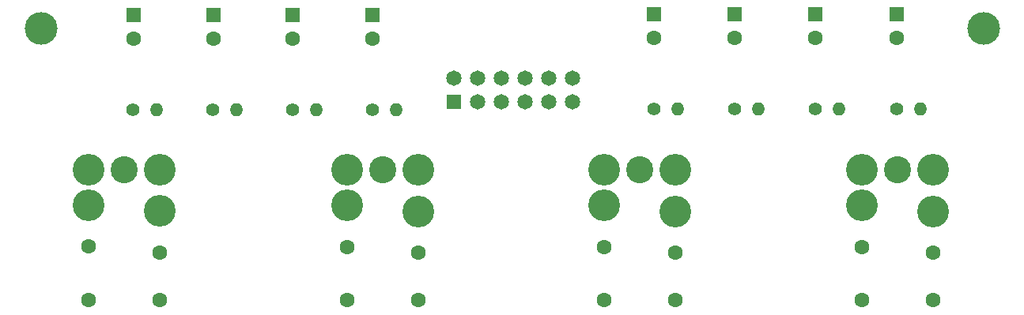
<source format=gbr>
%TF.GenerationSoftware,KiCad,Pcbnew,9.0.0*%
%TF.CreationDate,2025-03-26T11:50:56+11:00*%
%TF.ProjectId,Wing Board 4 XLR MK II,57696e67-2042-46f6-9172-64203420584c,rev?*%
%TF.SameCoordinates,Original*%
%TF.FileFunction,Soldermask,Bot*%
%TF.FilePolarity,Negative*%
%FSLAX46Y46*%
G04 Gerber Fmt 4.6, Leading zero omitted, Abs format (unit mm)*
G04 Created by KiCad (PCBNEW 9.0.0) date 2025-03-26 11:50:56*
%MOMM*%
%LPD*%
G01*
G04 APERTURE LIST*
%ADD10C,1.400000*%
%ADD11O,1.400000X1.400000*%
%ADD12C,1.600000*%
%ADD13C,3.400000*%
%ADD14C,2.900000*%
%ADD15R,1.600000X1.600000*%
%ADD16C,3.500001*%
%ADD17R,1.650000X1.650000*%
%ADD18C,1.650000*%
G04 APERTURE END LIST*
D10*
%TO.C,R6*%
X31433432Y-13004800D03*
D11*
X33973432Y-13004800D03*
%TD*%
D12*
%TO.C,J5*%
X9601200Y-27716400D03*
X17221200Y-33431400D03*
D13*
X17221200Y-23906400D03*
X9601200Y-23271400D03*
D14*
X13411200Y-19456400D03*
%TD*%
D10*
%TO.C,R8*%
X14342700Y-13004800D03*
D11*
X16882700Y-13004800D03*
%TD*%
D10*
%TO.C,R5*%
X39978800Y-13004800D03*
D11*
X42518800Y-13004800D03*
%TD*%
D15*
%TO.C,C8*%
X14366667Y-2910200D03*
D12*
X14366667Y-5410200D03*
%TD*%
D15*
%TO.C,C5*%
X39984467Y-2910200D03*
D12*
X39984467Y-5410200D03*
%TD*%
D15*
%TO.C,C7*%
X22905933Y-2910200D03*
D12*
X22905933Y-5410200D03*
%TD*%
D10*
%TO.C,R2*%
X87409066Y-12979400D03*
D11*
X89949066Y-12979400D03*
%TD*%
D16*
%TO.C,H1*%
X105410000Y-4318000D03*
%TD*%
D15*
%TO.C,C3*%
X78756933Y-2834000D03*
D12*
X78756933Y-5334000D03*
%TD*%
D15*
%TO.C,C6*%
X31445199Y-2910200D03*
D12*
X31445199Y-5410200D03*
%TD*%
%TO.C,J2*%
X92379800Y-27736800D03*
X99999800Y-33451800D03*
D13*
X99999800Y-23926800D03*
X92379800Y-23291800D03*
D14*
X96189800Y-19476800D03*
%TD*%
D12*
%TO.C,J4*%
X37211000Y-27736800D03*
X44831000Y-33451800D03*
D13*
X44831000Y-23926800D03*
X37211000Y-23291800D03*
D14*
X41021000Y-19476800D03*
%TD*%
D17*
%TO.C,J1*%
X48691800Y-12217400D03*
D18*
X48691800Y-9677400D03*
X51231800Y-12217400D03*
X51231800Y-9677400D03*
X53771800Y-12217400D03*
X53771800Y-9677400D03*
X56311800Y-12217400D03*
X56311800Y-9677400D03*
X58851800Y-12217400D03*
X58851800Y-9677400D03*
X61391800Y-12217400D03*
X61391800Y-9677400D03*
%TD*%
D10*
%TO.C,R4*%
X70103200Y-12979400D03*
D11*
X72643200Y-12979400D03*
%TD*%
D10*
%TO.C,R1*%
X96062000Y-12979400D03*
D11*
X98602000Y-12979400D03*
%TD*%
D15*
%TO.C,C2*%
X87409866Y-2834000D03*
D12*
X87409866Y-5334000D03*
%TD*%
D15*
%TO.C,C4*%
X70104000Y-2834000D03*
D12*
X70104000Y-5334000D03*
%TD*%
D10*
%TO.C,R7*%
X22888066Y-13004800D03*
D11*
X25428066Y-13004800D03*
%TD*%
D10*
%TO.C,R3*%
X78756133Y-12979400D03*
D11*
X81296133Y-12979400D03*
%TD*%
D16*
%TO.C,H2*%
X4445000Y-4318000D03*
%TD*%
D15*
%TO.C,C1*%
X96062800Y-2834000D03*
D12*
X96062800Y-5334000D03*
%TD*%
%TO.C,J3*%
X64795400Y-27736800D03*
X72415400Y-33451800D03*
D13*
X72415400Y-23926800D03*
X64795400Y-23291800D03*
D14*
X68605400Y-19476800D03*
%TD*%
D12*
%TO.C,J9*%
X99999800Y-28371800D03*
X92379800Y-33451800D03*
D13*
X99999800Y-19481800D03*
X92379800Y-19481800D03*
D14*
X96189800Y-19481800D03*
%TD*%
D12*
%TO.C,J6*%
X17221200Y-28346400D03*
X9601200Y-33426400D03*
D13*
X17221200Y-19456400D03*
X9601200Y-19456400D03*
D14*
X13411200Y-19456400D03*
%TD*%
D12*
%TO.C,J8*%
X72415400Y-28371800D03*
X64795400Y-33451800D03*
D13*
X72415400Y-19481800D03*
X64795400Y-19481800D03*
D14*
X68605400Y-19481800D03*
%TD*%
D12*
%TO.C,J7*%
X44831000Y-28371800D03*
X37211000Y-33451800D03*
D13*
X44831000Y-19481800D03*
X37211000Y-19481800D03*
D14*
X41021000Y-19481800D03*
%TD*%
M02*

</source>
